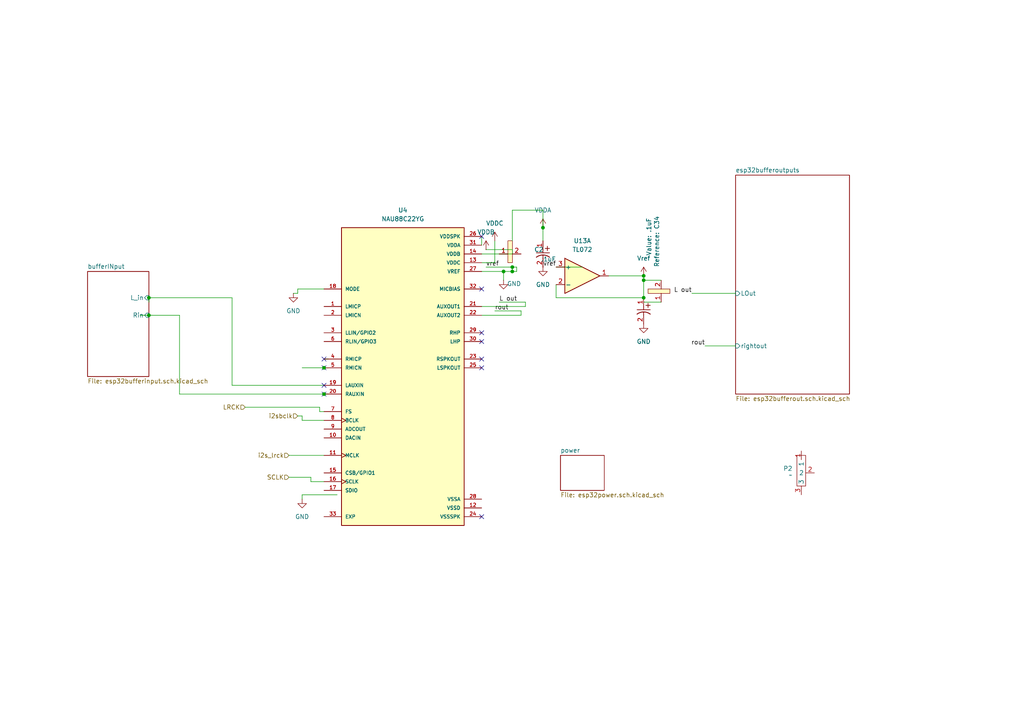
<source format=kicad_sch>
(kicad_sch
	(version 20231120)
	(generator "eeschema")
	(generator_version "8.0")
	(uuid "67002c90-dfcc-4cde-90c5-2154fe4364b2")
	(paper "A4")
	(lib_symbols
		(symbol "Amplifier_Operational:TL072"
			(pin_names
				(offset 0.127)
			)
			(exclude_from_sim no)
			(in_bom yes)
			(on_board yes)
			(property "Reference" "U"
				(at 0 5.08 0)
				(effects
					(font
						(size 1.27 1.27)
					)
					(justify left)
				)
			)
			(property "Value" "TL072"
				(at 0 -5.08 0)
				(effects
					(font
						(size 1.27 1.27)
					)
					(justify left)
				)
			)
			(property "Footprint" ""
				(at 0 0 0)
				(effects
					(font
						(size 1.27 1.27)
					)
					(hide yes)
				)
			)
			(property "Datasheet" "http://www.ti.com/lit/ds/symlink/tl071.pdf"
				(at 0 0 0)
				(effects
					(font
						(size 1.27 1.27)
					)
					(hide yes)
				)
			)
			(property "Description" "Dual Low-Noise JFET-Input Operational Amplifiers, DIP-8/SOIC-8"
				(at 0 0 0)
				(effects
					(font
						(size 1.27 1.27)
					)
					(hide yes)
				)
			)
			(property "ki_locked" ""
				(at 0 0 0)
				(effects
					(font
						(size 1.27 1.27)
					)
				)
			)
			(property "ki_keywords" "dual opamp"
				(at 0 0 0)
				(effects
					(font
						(size 1.27 1.27)
					)
					(hide yes)
				)
			)
			(property "ki_fp_filters" "SOIC*3.9x4.9mm*P1.27mm* DIP*W7.62mm* TO*99* OnSemi*Micro8* TSSOP*3x3mm*P0.65mm* TSSOP*4.4x3mm*P0.65mm* MSOP*3x3mm*P0.65mm* SSOP*3.9x4.9mm*P0.635mm* LFCSP*2x2mm*P0.5mm* *SIP* SOIC*5.3x6.2mm*P1.27mm*"
				(at 0 0 0)
				(effects
					(font
						(size 1.27 1.27)
					)
					(hide yes)
				)
			)
			(symbol "TL072_1_1"
				(polyline
					(pts
						(xy -5.08 5.08) (xy 5.08 0) (xy -5.08 -5.08) (xy -5.08 5.08)
					)
					(stroke
						(width 0.254)
						(type default)
					)
					(fill
						(type background)
					)
				)
				(pin output line
					(at 7.62 0 180)
					(length 2.54)
					(name "~"
						(effects
							(font
								(size 1.27 1.27)
							)
						)
					)
					(number "1"
						(effects
							(font
								(size 1.27 1.27)
							)
						)
					)
				)
				(pin input line
					(at -7.62 -2.54 0)
					(length 2.54)
					(name "-"
						(effects
							(font
								(size 1.27 1.27)
							)
						)
					)
					(number "2"
						(effects
							(font
								(size 1.27 1.27)
							)
						)
					)
				)
				(pin input line
					(at -7.62 2.54 0)
					(length 2.54)
					(name "+"
						(effects
							(font
								(size 1.27 1.27)
							)
						)
					)
					(number "3"
						(effects
							(font
								(size 1.27 1.27)
							)
						)
					)
				)
			)
			(symbol "TL072_2_1"
				(polyline
					(pts
						(xy -5.08 5.08) (xy 5.08 0) (xy -5.08 -5.08) (xy -5.08 5.08)
					)
					(stroke
						(width 0.254)
						(type default)
					)
					(fill
						(type background)
					)
				)
				(pin input line
					(at -7.62 2.54 0)
					(length 2.54)
					(name "+"
						(effects
							(font
								(size 1.27 1.27)
							)
						)
					)
					(number "5"
						(effects
							(font
								(size 1.27 1.27)
							)
						)
					)
				)
				(pin input line
					(at -7.62 -2.54 0)
					(length 2.54)
					(name "-"
						(effects
							(font
								(size 1.27 1.27)
							)
						)
					)
					(number "6"
						(effects
							(font
								(size 1.27 1.27)
							)
						)
					)
				)
				(pin output line
					(at 7.62 0 180)
					(length 2.54)
					(name "~"
						(effects
							(font
								(size 1.27 1.27)
							)
						)
					)
					(number "7"
						(effects
							(font
								(size 1.27 1.27)
							)
						)
					)
				)
			)
			(symbol "TL072_3_1"
				(pin power_in line
					(at -2.54 -7.62 90)
					(length 3.81)
					(name "V-"
						(effects
							(font
								(size 1.27 1.27)
							)
						)
					)
					(number "4"
						(effects
							(font
								(size 1.27 1.27)
							)
						)
					)
				)
				(pin power_in line
					(at -2.54 7.62 270)
					(length 3.81)
					(name "V+"
						(effects
							(font
								(size 1.27 1.27)
							)
						)
					)
					(number "8"
						(effects
							(font
								(size 1.27 1.27)
							)
						)
					)
				)
			)
		)
		(symbol "common:CerCap"
			(exclude_from_sim no)
			(in_bom yes)
			(on_board yes)
			(property "Reference" "*C"
				(at 0 0 0)
				(effects
					(font
						(size 1.27 1.27)
					)
				)
			)
			(property "Value" ""
				(at 0 0 0)
				(effects
					(font
						(size 1.27 1.27)
					)
				)
			)
			(property "Footprint" "commonfootprint:Ceramic0603"
				(at 0 6.858 0)
				(effects
					(font
						(size 1.27 1.27)
					)
					(hide yes)
				)
			)
			(property "Datasheet" ""
				(at 0 0 0)
				(effects
					(font
						(size 1.27 1.27)
					)
					(hide yes)
				)
			)
			(property "Description" ""
				(at 0 0 0)
				(effects
					(font
						(size 1.27 1.27)
					)
					(hide yes)
				)
			)
			(symbol "CerCap_1_1"
				(rectangle
					(start -1.27 3.81)
					(end 0 -2.54)
					(stroke
						(width 0)
						(type default)
					)
					(fill
						(type background)
					)
				)
				(pin passive line
					(at -3.81 0 0)
					(length 2.54)
					(name ""
						(effects
							(font
								(size 1.27 1.27)
							)
						)
					)
					(number "1"
						(effects
							(font
								(size 1.27 1.27)
							)
						)
					)
				)
				(pin passive line
					(at 2.54 0 180)
					(length 2.54)
					(name ""
						(effects
							(font
								(size 1.27 1.27)
							)
						)
					)
					(number "2"
						(effects
							(font
								(size 1.27 1.27)
							)
						)
					)
				)
			)
		)
		(symbol "esp32lib:Pot"
			(exclude_from_sim no)
			(in_bom yes)
			(on_board yes)
			(property "Reference" "P"
				(at 2.032 2.286 0)
				(effects
					(font
						(size 1.27 1.27)
					)
				)
			)
			(property "Value" ""
				(at 0 0 0)
				(effects
					(font
						(size 1.27 1.27)
					)
				)
			)
			(property "Footprint" "9mmsonghuie"
				(at 12.192 -5.842 0)
				(effects
					(font
						(size 1.27 1.27)
					)
					(hide yes)
				)
			)
			(property "Datasheet" ""
				(at 0 0 0)
				(effects
					(font
						(size 1.27 1.27)
					)
					(hide yes)
				)
			)
			(property "Description" ""
				(at 0 0 0)
				(effects
					(font
						(size 1.27 1.27)
					)
					(hide yes)
				)
			)
			(property "ki_keywords" "9mmPotSongHuie"
				(at 0 0 0)
				(effects
					(font
						(size 1.27 1.27)
					)
					(hide yes)
				)
			)
			(symbol "Pot_0_1"
				(rectangle
					(start -1.27 3.81)
					(end 1.27 -5.08)
					(stroke
						(width 0)
						(type default)
					)
					(fill
						(type none)
					)
				)
			)
			(symbol "Pot_1_1"
				(pin input line
					(at 0 5.08 270)
					(length 2.54)
					(name "1"
						(effects
							(font
								(size 1.27 1.27)
							)
						)
					)
					(number "1"
						(effects
							(font
								(size 1.27 1.27)
							)
						)
					)
				)
				(pin input line
					(at 3.81 -1.27 180)
					(length 2.54)
					(name "2"
						(effects
							(font
								(size 1.27 1.27)
							)
						)
					)
					(number "2"
						(effects
							(font
								(size 1.27 1.27)
							)
						)
					)
				)
				(pin input line
					(at 0 -7.62 90)
					(length 2.54)
					(name "3"
						(effects
							(font
								(size 1.27 1.27)
							)
						)
					)
					(number "3"
						(effects
							(font
								(size 1.27 1.27)
							)
						)
					)
				)
			)
		)
		(symbol "esp32lib:T491C106M025AT7280"
			(pin_names
				(offset 0.254)
			)
			(exclude_from_sim no)
			(in_bom yes)
			(on_board yes)
			(property "Reference" "C"
				(at 3.81 3.81 0)
				(effects
					(font
						(size 1.524 1.524)
					)
				)
			)
			(property "Value" "T491C106M025AT7280"
				(at 3.81 -3.81 0)
				(effects
					(font
						(size 1.524 1.524)
					)
				)
			)
			(property "Footprint" "customfootprints:10uFtantcap"
				(at 0 0 0)
				(effects
					(font
						(size 1.27 1.27)
						(italic yes)
					)
					(hide yes)
				)
			)
			(property "Datasheet" "T491C106M025AT7280"
				(at 0 0 0)
				(effects
					(font
						(size 1.27 1.27)
						(italic yes)
					)
					(hide yes)
				)
			)
			(property "Description" ""
				(at 0 0 0)
				(effects
					(font
						(size 1.27 1.27)
					)
					(hide yes)
				)
			)
			(property "ki_keywords" "10uFtantcap"
				(at 0 0 0)
				(effects
					(font
						(size 1.27 1.27)
					)
					(hide yes)
				)
			)
			(property "ki_fp_filters" "CAPMP6.3X3.2_2.8N_KEM CAPMP6.3X3.2_2.8N_KEM-M CAPMP6.3X3.2_2.8N_KEM-L"
				(at 0 0 0)
				(effects
					(font
						(size 1.27 1.27)
					)
					(hide yes)
				)
			)
			(symbol "T491C106M025AT7280_1_1"
				(polyline
					(pts
						(xy 1.5748 1.27) (xy 2.8448 1.27)
					)
					(stroke
						(width 0.2032)
						(type default)
					)
					(fill
						(type none)
					)
				)
				(polyline
					(pts
						(xy 2.2098 0.635) (xy 2.2098 1.905)
					)
					(stroke
						(width 0.2032)
						(type default)
					)
					(fill
						(type none)
					)
				)
				(polyline
					(pts
						(xy 2.54 0) (xy 3.4798 0)
					)
					(stroke
						(width 0.2032)
						(type default)
					)
					(fill
						(type none)
					)
				)
				(polyline
					(pts
						(xy 3.4798 -1.905) (xy 3.4798 1.905)
					)
					(stroke
						(width 0.2032)
						(type default)
					)
					(fill
						(type none)
					)
				)
				(polyline
					(pts
						(xy 4.1148 0) (xy 5.08 0)
					)
					(stroke
						(width 0.2032)
						(type default)
					)
					(fill
						(type none)
					)
				)
				(arc
					(start 4.7541 1.9108)
					(mid 4.1148 0)
					(end 4.7541 -1.9108)
					(stroke
						(width 0.254)
						(type default)
					)
					(fill
						(type none)
					)
				)
				(pin unspecified line
					(at 0 0 0)
					(length 2.54)
					(name ""
						(effects
							(font
								(size 1.27 1.27)
							)
						)
					)
					(number "1"
						(effects
							(font
								(size 1.27 1.27)
							)
						)
					)
				)
				(pin unspecified line
					(at 7.62 0 180)
					(length 2.54)
					(name ""
						(effects
							(font
								(size 1.27 1.27)
							)
						)
					)
					(number "2"
						(effects
							(font
								(size 1.27 1.27)
							)
						)
					)
				)
			)
			(symbol "T491C106M025AT7280_1_2"
				(polyline
					(pts
						(xy -1.905 -3.4798) (xy 1.905 -3.4798)
					)
					(stroke
						(width 0.2032)
						(type default)
					)
					(fill
						(type none)
					)
				)
				(polyline
					(pts
						(xy 0 -4.1148) (xy 0 -5.08)
					)
					(stroke
						(width 0.2032)
						(type default)
					)
					(fill
						(type none)
					)
				)
				(polyline
					(pts
						(xy 0 -2.54) (xy 0 -3.4798)
					)
					(stroke
						(width 0.2032)
						(type default)
					)
					(fill
						(type none)
					)
				)
				(polyline
					(pts
						(xy 0.635 -2.2098) (xy 1.905 -2.2098)
					)
					(stroke
						(width 0.2032)
						(type default)
					)
					(fill
						(type none)
					)
				)
				(polyline
					(pts
						(xy 1.27 -1.5748) (xy 1.27 -2.8448)
					)
					(stroke
						(width 0.2032)
						(type default)
					)
					(fill
						(type none)
					)
				)
				(arc
					(start 1.9108 -4.7541)
					(mid 0 -4.1148)
					(end -1.9108 -4.7541)
					(stroke
						(width 0.254)
						(type default)
					)
					(fill
						(type none)
					)
				)
				(pin unspecified line
					(at 0 0 270)
					(length 2.54)
					(name ""
						(effects
							(font
								(size 1.27 1.27)
							)
						)
					)
					(number "1"
						(effects
							(font
								(size 1.27 1.27)
							)
						)
					)
				)
				(pin unspecified line
					(at 0 -7.62 90)
					(length 2.54)
					(name ""
						(effects
							(font
								(size 1.27 1.27)
							)
						)
					)
					(number "2"
						(effects
							(font
								(size 1.27 1.27)
							)
						)
					)
				)
			)
		)
		(symbol "modcaneuro:NAU88C22YG"
			(pin_names
				(offset 1.016)
			)
			(exclude_from_sim no)
			(in_bom yes)
			(on_board yes)
			(property "Reference" "U"
				(at -17.78 45.72 0)
				(effects
					(font
						(size 1.27 1.27)
					)
					(justify left top)
				)
			)
			(property "Value" "NAU88C22YG"
				(at -17.78 -45.72 0)
				(effects
					(font
						(size 1.27 1.27)
					)
					(justify left bottom)
				)
			)
			(property "Footprint" "customfootprints:nau88c22"
				(at 0 0 0)
				(effects
					(font
						(size 1.27 1.27)
					)
					(justify bottom)
					(hide yes)
				)
			)
			(property "Datasheet" ""
				(at 0 0 0)
				(effects
					(font
						(size 1.27 1.27)
					)
					(hide yes)
				)
			)
			(property "Description" ""
				(at 0 0 0)
				(effects
					(font
						(size 1.27 1.27)
					)
					(hide yes)
				)
			)
			(property "PARTREV" "3.3"
				(at 0 0 0)
				(effects
					(font
						(size 1.27 1.27)
					)
					(justify bottom)
					(hide yes)
				)
			)
			(property "STANDARD" "Manufacturer Recommendations"
				(at 0 0 0)
				(effects
					(font
						(size 1.27 1.27)
					)
					(justify bottom)
					(hide yes)
				)
			)
			(property "MAXIMUM_PACKAGE_HEIGHT" "0.80mm"
				(at 0 0 0)
				(effects
					(font
						(size 1.27 1.27)
					)
					(justify bottom)
					(hide yes)
				)
			)
			(property "MANUFACTURER" "Nuvoton"
				(at 0 0 0)
				(effects
					(font
						(size 1.27 1.27)
					)
					(justify bottom)
					(hide yes)
				)
			)
			(symbol "NAU88C22YG_0_0"
				(rectangle
					(start -17.78 -43.18)
					(end 17.78 43.18)
					(stroke
						(width 0.254)
						(type default)
					)
					(fill
						(type background)
					)
				)
				(pin input line
					(at -22.86 20.32 0)
					(length 5.08)
					(name "LMICP"
						(effects
							(font
								(size 1.016 1.016)
							)
						)
					)
					(number "1"
						(effects
							(font
								(size 1.016 1.016)
							)
						)
					)
				)
				(pin input line
					(at -22.86 -17.78 0)
					(length 5.08)
					(name "DACIN"
						(effects
							(font
								(size 1.016 1.016)
							)
						)
					)
					(number "10"
						(effects
							(font
								(size 1.016 1.016)
							)
						)
					)
				)
				(pin input clock
					(at -22.86 -22.86 0)
					(length 5.08)
					(name "MCLK"
						(effects
							(font
								(size 1.016 1.016)
							)
						)
					)
					(number "11"
						(effects
							(font
								(size 1.016 1.016)
							)
						)
					)
				)
				(pin power_in line
					(at 22.86 -38.1 180)
					(length 5.08)
					(name "VSSD"
						(effects
							(font
								(size 1.016 1.016)
							)
						)
					)
					(number "12"
						(effects
							(font
								(size 1.016 1.016)
							)
						)
					)
				)
				(pin power_in line
					(at 22.86 33.02 180)
					(length 5.08)
					(name "VDDC"
						(effects
							(font
								(size 1.016 1.016)
							)
						)
					)
					(number "13"
						(effects
							(font
								(size 1.016 1.016)
							)
						)
					)
				)
				(pin power_in line
					(at 22.86 35.56 180)
					(length 5.08)
					(name "VDDB"
						(effects
							(font
								(size 1.016 1.016)
							)
						)
					)
					(number "14"
						(effects
							(font
								(size 1.016 1.016)
							)
						)
					)
				)
				(pin bidirectional line
					(at -22.86 -27.94 0)
					(length 5.08)
					(name "CSB/GPIO1"
						(effects
							(font
								(size 1.016 1.016)
							)
						)
					)
					(number "15"
						(effects
							(font
								(size 1.016 1.016)
							)
						)
					)
				)
				(pin input clock
					(at -22.86 -30.48 0)
					(length 5.08)
					(name "SCLK"
						(effects
							(font
								(size 1.016 1.016)
							)
						)
					)
					(number "16"
						(effects
							(font
								(size 1.016 1.016)
							)
						)
					)
				)
				(pin bidirectional line
					(at -22.86 -33.02 0)
					(length 5.08)
					(name "SDIO"
						(effects
							(font
								(size 1.016 1.016)
							)
						)
					)
					(number "17"
						(effects
							(font
								(size 1.016 1.016)
							)
						)
					)
				)
				(pin input line
					(at -22.86 25.4 0)
					(length 5.08)
					(name "MODE"
						(effects
							(font
								(size 1.016 1.016)
							)
						)
					)
					(number "18"
						(effects
							(font
								(size 1.016 1.016)
							)
						)
					)
				)
				(pin input line
					(at -22.86 -2.54 0)
					(length 5.08)
					(name "LAUXIN"
						(effects
							(font
								(size 1.016 1.016)
							)
						)
					)
					(number "19"
						(effects
							(font
								(size 1.016 1.016)
							)
						)
					)
				)
				(pin input line
					(at -22.86 17.78 0)
					(length 5.08)
					(name "LMICN"
						(effects
							(font
								(size 1.016 1.016)
							)
						)
					)
					(number "2"
						(effects
							(font
								(size 1.016 1.016)
							)
						)
					)
				)
				(pin input line
					(at -22.86 -5.08 0)
					(length 5.08)
					(name "RAUXIN"
						(effects
							(font
								(size 1.016 1.016)
							)
						)
					)
					(number "20"
						(effects
							(font
								(size 1.016 1.016)
							)
						)
					)
				)
				(pin output line
					(at 22.86 20.32 180)
					(length 5.08)
					(name "AUXOUT1"
						(effects
							(font
								(size 1.016 1.016)
							)
						)
					)
					(number "21"
						(effects
							(font
								(size 1.016 1.016)
							)
						)
					)
				)
				(pin output line
					(at 22.86 17.78 180)
					(length 5.08)
					(name "AUXOUT2"
						(effects
							(font
								(size 1.016 1.016)
							)
						)
					)
					(number "22"
						(effects
							(font
								(size 1.016 1.016)
							)
						)
					)
				)
				(pin output line
					(at 22.86 5.08 180)
					(length 5.08)
					(name "RSPKOUT"
						(effects
							(font
								(size 1.016 1.016)
							)
						)
					)
					(number "23"
						(effects
							(font
								(size 1.016 1.016)
							)
						)
					)
				)
				(pin power_in line
					(at 22.86 -40.64 180)
					(length 5.08)
					(name "VSSSPK"
						(effects
							(font
								(size 1.016 1.016)
							)
						)
					)
					(number "24"
						(effects
							(font
								(size 1.016 1.016)
							)
						)
					)
				)
				(pin output line
					(at 22.86 2.54 180)
					(length 5.08)
					(name "LSPKOUT"
						(effects
							(font
								(size 1.016 1.016)
							)
						)
					)
					(number "25"
						(effects
							(font
								(size 1.016 1.016)
							)
						)
					)
				)
				(pin power_in line
					(at 22.86 40.64 180)
					(length 5.08)
					(name "VDDSPK"
						(effects
							(font
								(size 1.016 1.016)
							)
						)
					)
					(number "26"
						(effects
							(font
								(size 1.016 1.016)
							)
						)
					)
				)
				(pin power_in line
					(at 22.86 30.48 180)
					(length 5.08)
					(name "VREF"
						(effects
							(font
								(size 1.016 1.016)
							)
						)
					)
					(number "27"
						(effects
							(font
								(size 1.016 1.016)
							)
						)
					)
				)
				(pin power_in line
					(at 22.86 -35.56 180)
					(length 5.08)
					(name "VSSA"
						(effects
							(font
								(size 1.016 1.016)
							)
						)
					)
					(number "28"
						(effects
							(font
								(size 1.016 1.016)
							)
						)
					)
				)
				(pin output line
					(at 22.86 12.7 180)
					(length 5.08)
					(name "RHP"
						(effects
							(font
								(size 1.016 1.016)
							)
						)
					)
					(number "29"
						(effects
							(font
								(size 1.016 1.016)
							)
						)
					)
				)
				(pin bidirectional line
					(at -22.86 12.7 0)
					(length 5.08)
					(name "LLIN/GPIO2"
						(effects
							(font
								(size 1.016 1.016)
							)
						)
					)
					(number "3"
						(effects
							(font
								(size 1.016 1.016)
							)
						)
					)
				)
				(pin output line
					(at 22.86 10.16 180)
					(length 5.08)
					(name "LHP"
						(effects
							(font
								(size 1.016 1.016)
							)
						)
					)
					(number "30"
						(effects
							(font
								(size 1.016 1.016)
							)
						)
					)
				)
				(pin power_in line
					(at 22.86 38.1 180)
					(length 5.08)
					(name "VDDA"
						(effects
							(font
								(size 1.016 1.016)
							)
						)
					)
					(number "31"
						(effects
							(font
								(size 1.016 1.016)
							)
						)
					)
				)
				(pin output line
					(at 22.86 25.4 180)
					(length 5.08)
					(name "MICBIAS"
						(effects
							(font
								(size 1.016 1.016)
							)
						)
					)
					(number "32"
						(effects
							(font
								(size 1.016 1.016)
							)
						)
					)
				)
				(pin passive line
					(at -22.86 -40.64 0)
					(length 5.08)
					(name "EXP"
						(effects
							(font
								(size 1.016 1.016)
							)
						)
					)
					(number "33"
						(effects
							(font
								(size 1.016 1.016)
							)
						)
					)
				)
				(pin input line
					(at -22.86 5.08 0)
					(length 5.08)
					(name "RMICP"
						(effects
							(font
								(size 1.016 1.016)
							)
						)
					)
					(number "4"
						(effects
							(font
								(size 1.016 1.016)
							)
						)
					)
				)
				(pin input line
					(at -22.86 2.54 0)
					(length 5.08)
					(name "RMICN"
						(effects
							(font
								(size 1.016 1.016)
							)
						)
					)
					(number "5"
						(effects
							(font
								(size 1.016 1.016)
							)
						)
					)
				)
				(pin bidirectional line
					(at -22.86 10.16 0)
					(length 5.08)
					(name "RLIN/GPIO3"
						(effects
							(font
								(size 1.016 1.016)
							)
						)
					)
					(number "6"
						(effects
							(font
								(size 1.016 1.016)
							)
						)
					)
				)
				(pin bidirectional line
					(at -22.86 -10.16 0)
					(length 5.08)
					(name "FS"
						(effects
							(font
								(size 1.016 1.016)
							)
						)
					)
					(number "7"
						(effects
							(font
								(size 1.016 1.016)
							)
						)
					)
				)
				(pin bidirectional clock
					(at -22.86 -12.7 0)
					(length 5.08)
					(name "BCLK"
						(effects
							(font
								(size 1.016 1.016)
							)
						)
					)
					(number "8"
						(effects
							(font
								(size 1.016 1.016)
							)
						)
					)
				)
				(pin output line
					(at -22.86 -15.24 0)
					(length 5.08)
					(name "ADCOUT"
						(effects
							(font
								(size 1.016 1.016)
							)
						)
					)
					(number "9"
						(effects
							(font
								(size 1.016 1.016)
							)
						)
					)
				)
			)
		)
		(symbol "power:GND"
			(power)
			(pin_numbers hide)
			(pin_names
				(offset 0) hide)
			(exclude_from_sim no)
			(in_bom yes)
			(on_board yes)
			(property "Reference" "#PWR"
				(at 0 -6.35 0)
				(effects
					(font
						(size 1.27 1.27)
					)
					(hide yes)
				)
			)
			(property "Value" "GND"
				(at 0 -3.81 0)
				(effects
					(font
						(size 1.27 1.27)
					)
				)
			)
			(property "Footprint" ""
				(at 0 0 0)
				(effects
					(font
						(size 1.27 1.27)
					)
					(hide yes)
				)
			)
			(property "Datasheet" ""
				(at 0 0 0)
				(effects
					(font
						(size 1.27 1.27)
					)
					(hide yes)
				)
			)
			(property "Description" "Power symbol creates a global label with name \"GND\" , ground"
				(at 0 0 0)
				(effects
					(font
						(size 1.27 1.27)
					)
					(hide yes)
				)
			)
			(property "ki_keywords" "global power"
				(at 0 0 0)
				(effects
					(font
						(size 1.27 1.27)
					)
					(hide yes)
				)
			)
			(symbol "GND_0_1"
				(polyline
					(pts
						(xy 0 0) (xy 0 -1.27) (xy 1.27 -1.27) (xy 0 -2.54) (xy -1.27 -1.27) (xy 0 -1.27)
					)
					(stroke
						(width 0)
						(type default)
					)
					(fill
						(type none)
					)
				)
			)
			(symbol "GND_1_1"
				(pin power_in line
					(at 0 0 270)
					(length 0)
					(name "~"
						(effects
							(font
								(size 1.27 1.27)
							)
						)
					)
					(number "1"
						(effects
							(font
								(size 1.27 1.27)
							)
						)
					)
				)
			)
		)
		(symbol "power:VDD"
			(power)
			(pin_numbers hide)
			(pin_names
				(offset 0) hide)
			(exclude_from_sim no)
			(in_bom yes)
			(on_board yes)
			(property "Reference" "#PWR"
				(at 0 -3.81 0)
				(effects
					(font
						(size 1.27 1.27)
					)
					(hide yes)
				)
			)
			(property "Value" "VDD"
				(at 0 3.556 0)
				(effects
					(font
						(size 1.27 1.27)
					)
				)
			)
			(property "Footprint" ""
				(at 0 0 0)
				(effects
					(font
						(size 1.27 1.27)
					)
					(hide yes)
				)
			)
			(property "Datasheet" ""
				(at 0 0 0)
				(effects
					(font
						(size 1.27 1.27)
					)
					(hide yes)
				)
			)
			(property "Description" "Power symbol creates a global label with name \"VDD\""
				(at 0 0 0)
				(effects
					(font
						(size 1.27 1.27)
					)
					(hide yes)
				)
			)
			(property "ki_keywords" "global power"
				(at 0 0 0)
				(effects
					(font
						(size 1.27 1.27)
					)
					(hide yes)
				)
			)
			(symbol "VDD_0_1"
				(polyline
					(pts
						(xy -0.762 1.27) (xy 0 2.54)
					)
					(stroke
						(width 0)
						(type default)
					)
					(fill
						(type none)
					)
				)
				(polyline
					(pts
						(xy 0 0) (xy 0 2.54)
					)
					(stroke
						(width 0)
						(type default)
					)
					(fill
						(type none)
					)
				)
				(polyline
					(pts
						(xy 0 2.54) (xy 0.762 1.27)
					)
					(stroke
						(width 0)
						(type default)
					)
					(fill
						(type none)
					)
				)
			)
			(symbol "VDD_1_1"
				(pin power_in line
					(at 0 0 90)
					(length 0)
					(name "~"
						(effects
							(font
								(size 1.27 1.27)
							)
						)
					)
					(number "1"
						(effects
							(font
								(size 1.27 1.27)
							)
						)
					)
				)
			)
		)
		(symbol "power:VDDA"
			(power)
			(pin_numbers hide)
			(pin_names
				(offset 0) hide)
			(exclude_from_sim no)
			(in_bom yes)
			(on_board yes)
			(property "Reference" "#PWR"
				(at 0 -3.81 0)
				(effects
					(font
						(size 1.27 1.27)
					)
					(hide yes)
				)
			)
			(property "Value" "VDDA"
				(at 0 3.556 0)
				(effects
					(font
						(size 1.27 1.27)
					)
				)
			)
			(property "Footprint" ""
				(at 0 0 0)
				(effects
					(font
						(size 1.27 1.27)
					)
					(hide yes)
				)
			)
			(property "Datasheet" ""
				(at 0 0 0)
				(effects
					(font
						(size 1.27 1.27)
					)
					(hide yes)
				)
			)
			(property "Description" "Power symbol creates a global label with name \"VDDA\""
				(at 0 0 0)
				(effects
					(font
						(size 1.27 1.27)
					)
					(hide yes)
				)
			)
			(property "ki_keywords" "global power"
				(at 0 0 0)
				(effects
					(font
						(size 1.27 1.27)
					)
					(hide yes)
				)
			)
			(symbol "VDDA_0_1"
				(polyline
					(pts
						(xy -0.762 1.27) (xy 0 2.54)
					)
					(stroke
						(width 0)
						(type default)
					)
					(fill
						(type none)
					)
				)
				(polyline
					(pts
						(xy 0 0) (xy 0 2.54)
					)
					(stroke
						(width 0)
						(type default)
					)
					(fill
						(type none)
					)
				)
				(polyline
					(pts
						(xy 0 2.54) (xy 0.762 1.27)
					)
					(stroke
						(width 0)
						(type default)
					)
					(fill
						(type none)
					)
				)
			)
			(symbol "VDDA_1_1"
				(pin power_in line
					(at 0 0 90)
					(length 0)
					(name "~"
						(effects
							(font
								(size 1.27 1.27)
							)
						)
					)
					(number "1"
						(effects
							(font
								(size 1.27 1.27)
							)
						)
					)
				)
			)
		)
	)
	(junction
		(at 43.18 91.44)
		(diameter 0)
		(color 0 0 0 0)
		(uuid "22441c74-67d6-4cb9-9fa9-d316fe25bddb")
	)
	(junction
		(at 186.69 86.36)
		(diameter 0)
		(color 0 0 0 0)
		(uuid "2ac97056-bd45-4c5c-a7ba-0597ed28cac2")
	)
	(junction
		(at 148.59 77.47)
		(diameter 0)
		(color 0 0 0 0)
		(uuid "3e19a7d1-b964-4f63-b09c-5f84599e2076")
	)
	(junction
		(at 43.18 86.36)
		(diameter 0)
		(color 0 0 0 0)
		(uuid "65582d1c-968b-432d-9847-c0177e8ba4eb")
	)
	(junction
		(at 157.48 66.04)
		(diameter 0)
		(color 0 0 0 0)
		(uuid "74ba9b6b-e48b-4575-bf1e-b02fe0330d36")
	)
	(junction
		(at 93.98 106.68)
		(diameter 0)
		(color 0 0 0 0)
		(uuid "89cc862c-cfa3-48f1-9dbc-c17ec7925272")
	)
	(junction
		(at 93.98 114.3)
		(diameter 0)
		(color 0 0 0 0)
		(uuid "8d3863c9-c41c-4392-ba3f-69729366663b")
	)
	(junction
		(at 146.05 78.74)
		(diameter 0)
		(color 0 0 0 0)
		(uuid "920f619f-7bf5-44c6-a6c9-0f3dc84a820e")
	)
	(junction
		(at 186.69 81.28)
		(diameter 0)
		(color 0 0 0 0)
		(uuid "9b13e37b-1769-47d7-ab08-e5532468f616")
	)
	(junction
		(at 186.69 80.01)
		(diameter 0)
		(color 0 0 0 0)
		(uuid "9d5e978e-26ac-4096-bc73-6e95f69ddb69")
	)
	(junction
		(at 148.59 78.74)
		(diameter 0)
		(color 0 0 0 0)
		(uuid "fc2e39d3-2036-406c-8c26-96c44cb9b3f3")
	)
	(no_connect
		(at 93.98 114.3)
		(uuid "219a46e0-8bb8-41ab-a85b-e933f72df46e")
	)
	(no_connect
		(at 93.98 106.68)
		(uuid "23d9afe1-01ec-4b95-b95a-cd6a1ea161a1")
	)
	(no_connect
		(at 139.7 104.14)
		(uuid "4d7fd000-2000-472c-946d-a69b9d4ce7a1")
	)
	(no_connect
		(at 139.7 149.86)
		(uuid "5984af33-c339-4229-befb-ad1ff99ba9b8")
	)
	(no_connect
		(at 139.7 96.52)
		(uuid "5c1798fc-4d76-4042-bc17-816fbca19ec0")
	)
	(no_connect
		(at 139.7 99.06)
		(uuid "9894420b-a79f-4210-9364-b8e63afe4e6d")
	)
	(no_connect
		(at 93.98 111.76)
		(uuid "99cd7f07-75fa-4ada-b8cd-2a18881ec080")
	)
	(no_connect
		(at 139.7 68.58)
		(uuid "b933df9b-fff8-40a1-a0b4-7dd014614fde")
	)
	(no_connect
		(at 139.7 106.68)
		(uuid "be954a0e-e8f9-49d7-b495-918dadf721b7")
	)
	(no_connect
		(at 93.98 104.14)
		(uuid "d9527036-c1a7-4a67-9978-22941ba48d6d")
	)
	(no_connect
		(at 139.7 83.82)
		(uuid "e692ec0d-7d68-4a41-a034-5881f3761a58")
	)
	(wire
		(pts
			(xy 92.71 119.38) (xy 92.71 118.11)
		)
		(stroke
			(width 0)
			(type default)
		)
		(uuid "00203d99-2f22-4ea1-8431-2be73543527b")
	)
	(wire
		(pts
			(xy 67.31 111.76) (xy 67.31 86.36)
		)
		(stroke
			(width 0)
			(type default)
		)
		(uuid "028680c5-c994-41e6-8388-d07512bcf0e7")
	)
	(wire
		(pts
			(xy 87.63 121.92) (xy 87.63 120.65)
		)
		(stroke
			(width 0)
			(type default)
		)
		(uuid "06cb20ed-2d0b-49ed-9fe0-3c85adeeb7e4")
	)
	(wire
		(pts
			(xy 148.59 60.96) (xy 157.48 60.96)
		)
		(stroke
			(width 0)
			(type default)
		)
		(uuid "087f5a95-32df-45fb-8a5a-ac6a8ea28d1c")
	)
	(wire
		(pts
			(xy 151.13 91.44) (xy 139.7 91.44)
		)
		(stroke
			(width 0)
			(type default)
		)
		(uuid "10980802-6477-4894-b7e8-98c4bfb5b573")
	)
	(wire
		(pts
			(xy 95.25 114.3) (xy 93.98 114.3)
		)
		(stroke
			(width 0)
			(type default)
		)
		(uuid "1232e34b-5152-4dae-afd5-861bd72176fb")
	)
	(wire
		(pts
			(xy 93.98 106.68) (xy 95.25 106.68)
		)
		(stroke
			(width 0)
			(type default)
		)
		(uuid "15d1f3c8-1817-4794-8e77-c916701e0884")
	)
	(wire
		(pts
			(xy 149.86 78.74) (xy 148.59 78.74)
		)
		(stroke
			(width 0)
			(type default)
		)
		(uuid "1a469930-f158-445a-bde3-7938138842d8")
	)
	(wire
		(pts
			(xy 90.17 139.7) (xy 90.17 138.43)
		)
		(stroke
			(width 0)
			(type default)
		)
		(uuid "1f6d8d76-039b-4567-844b-66b4d0507cb7")
	)
	(wire
		(pts
			(xy 176.53 80.01) (xy 186.69 80.01)
		)
		(stroke
			(width 0)
			(type default)
		)
		(uuid "2202b954-005c-45fa-ad65-df15227d1207")
	)
	(wire
		(pts
			(xy 148.59 60.96) (xy 148.59 69.85)
		)
		(stroke
			(width 0)
			(type default)
		)
		(uuid "22237c8e-0cdc-4b80-a3bb-070f773e357e")
	)
	(wire
		(pts
			(xy 52.07 114.3) (xy 52.07 91.44)
		)
		(stroke
			(width 0)
			(type default)
		)
		(uuid "336158f2-2674-4b99-956b-27a7c800d286")
	)
	(wire
		(pts
			(xy 148.59 77.47) (xy 140.97 77.47)
		)
		(stroke
			(width 0)
			(type default)
		)
		(uuid "39ec47e8-fd66-464d-8829-d6157bc769ca")
	)
	(wire
		(pts
			(xy 186.69 81.28) (xy 191.77 81.28)
		)
		(stroke
			(width 0)
			(type default)
		)
		(uuid "419edb4f-ca50-4959-a2bf-55a0e8699f77")
	)
	(wire
		(pts
			(xy 90.17 138.43) (xy 83.82 138.43)
		)
		(stroke
			(width 0)
			(type default)
		)
		(uuid "4589679c-6e27-44eb-a31a-c099f6aa0fd5")
	)
	(wire
		(pts
			(xy 161.29 82.55) (xy 161.29 86.36)
		)
		(stroke
			(width 0)
			(type default)
		)
		(uuid "51ccd108-a022-48fc-8c14-bbdd6d97aa30")
	)
	(wire
		(pts
			(xy 157.48 66.04) (xy 157.48 69.85)
		)
		(stroke
			(width 0)
			(type default)
		)
		(uuid "581832f5-9f02-407a-80c0-81f7a4ceebe9")
	)
	(wire
		(pts
			(xy 161.29 86.36) (xy 186.69 86.36)
		)
		(stroke
			(width 0)
			(type default)
		)
		(uuid "60ac5673-c90a-40ef-a2fc-b65e7c298a3a")
	)
	(wire
		(pts
			(xy 43.18 91.44) (xy 52.07 91.44)
		)
		(stroke
			(width 0)
			(type default)
		)
		(uuid "62e602a5-c195-4f4f-a603-a9703a9e604d")
	)
	(wire
		(pts
			(xy 186.69 87.63) (xy 191.77 87.63)
		)
		(stroke
			(width 0)
			(type default)
		)
		(uuid "66bac325-214d-4e60-9ff5-5e12dc93cfe4")
	)
	(wire
		(pts
			(xy 90.17 139.7) (xy 93.98 139.7)
		)
		(stroke
			(width 0)
			(type default)
		)
		(uuid "67ff0f8f-58c5-41c0-b853-b561a1b6f0c7")
	)
	(wire
		(pts
			(xy 152.4 87.63) (xy 144.78 87.63)
		)
		(stroke
			(width 0)
			(type default)
		)
		(uuid "6b3cc495-9a19-4cf2-8588-b990d0c045e1")
	)
	(wire
		(pts
			(xy 92.71 119.38) (xy 93.98 119.38)
		)
		(stroke
			(width 0)
			(type default)
		)
		(uuid "6de7fd66-28a2-4084-a621-6490dc0ff589")
	)
	(wire
		(pts
			(xy 146.05 78.74) (xy 146.05 81.28)
		)
		(stroke
			(width 0)
			(type default)
		)
		(uuid "6f1fda93-e448-4d7c-b1a6-e6e3f337b8a5")
	)
	(wire
		(pts
			(xy 204.47 100.33) (xy 213.36 100.33)
		)
		(stroke
			(width 0)
			(type default)
		)
		(uuid "71df2b6c-17e1-4a3c-b183-041ad49fa69c")
	)
	(wire
		(pts
			(xy 43.18 87.63) (xy 43.18 86.36)
		)
		(stroke
			(width 0)
			(type default)
		)
		(uuid "7779a927-eb7a-4386-aec4-cc99e77ab582")
	)
	(wire
		(pts
			(xy 87.63 106.68) (xy 93.98 106.68)
		)
		(stroke
			(width 0)
			(type default)
		)
		(uuid "7cef18af-df9d-43a9-98a6-2885bc87706d")
	)
	(wire
		(pts
			(xy 86.36 83.82) (xy 93.98 83.82)
		)
		(stroke
			(width 0)
			(type default)
		)
		(uuid "7d20ac1f-5657-43fd-95a9-ed1784f90b78")
	)
	(wire
		(pts
			(xy 157.48 60.96) (xy 157.48 66.04)
		)
		(stroke
			(width 0)
			(type default)
		)
		(uuid "7dc64965-d219-407b-8f3b-3db6c591dd74")
	)
	(wire
		(pts
			(xy 87.63 121.92) (xy 93.98 121.92)
		)
		(stroke
			(width 0)
			(type default)
		)
		(uuid "7de2dfb3-9e04-4adc-b986-a10a178568e2")
	)
	(wire
		(pts
			(xy 139.7 68.58) (xy 139.7 71.12)
		)
		(stroke
			(width 0)
			(type default)
		)
		(uuid "8773f2fe-5996-4c3e-8226-ca0ef9fd564e")
	)
	(wire
		(pts
			(xy 149.86 78.74) (xy 149.86 77.47)
		)
		(stroke
			(width 0)
			(type default)
		)
		(uuid "877fb68a-a505-4db3-ba5b-5fb793cb31f1")
	)
	(wire
		(pts
			(xy 92.71 118.11) (xy 71.12 118.11)
		)
		(stroke
			(width 0)
			(type default)
		)
		(uuid "883860af-6773-4ad7-94ac-05db8e9c2dd9")
	)
	(wire
		(pts
			(xy 186.69 86.36) (xy 186.69 81.28)
		)
		(stroke
			(width 0)
			(type default)
		)
		(uuid "8d0d3d08-261b-4e93-9a84-6633dcd6b17e")
	)
	(wire
		(pts
			(xy 186.69 81.28) (xy 186.69 80.01)
		)
		(stroke
			(width 0)
			(type default)
		)
		(uuid "91de25fb-2daf-4773-b965-e7e35438ff5e")
	)
	(wire
		(pts
			(xy 87.63 143.51) (xy 97.79 143.51)
		)
		(stroke
			(width 0)
			(type default)
		)
		(uuid "98c5e857-0414-42f3-9e2e-a854c4532453")
	)
	(wire
		(pts
			(xy 87.63 120.65) (xy 86.36 120.65)
		)
		(stroke
			(width 0)
			(type default)
		)
		(uuid "a523de9d-a065-40c9-8729-ed0139bcfa97")
	)
	(wire
		(pts
			(xy 87.63 143.51) (xy 87.63 144.78)
		)
		(stroke
			(width 0)
			(type default)
		)
		(uuid "a7bacd7c-e5af-4430-8cca-e5133a3cf3a0")
	)
	(wire
		(pts
			(xy 168.91 77.47) (xy 161.29 77.47)
		)
		(stroke
			(width 0)
			(type default)
		)
		(uuid "a8dc04c2-6516-4fb3-9e8f-f55e0e6d0f3a")
	)
	(wire
		(pts
			(xy 83.82 132.08) (xy 93.98 132.08)
		)
		(stroke
			(width 0)
			(type default)
		)
		(uuid "ae654c9d-5d35-4d8b-b412-31978909da4e")
	)
	(wire
		(pts
			(xy 148.59 72.39) (xy 140.97 72.39)
		)
		(stroke
			(width 0)
			(type default)
		)
		(uuid "af535101-5716-4f16-a623-f274106f18d9")
	)
	(wire
		(pts
			(xy 139.7 73.66) (xy 148.59 73.66)
		)
		(stroke
			(width 0)
			(type default)
		)
		(uuid "af54d39d-f3d6-4537-861c-ce9fa221c17d")
	)
	(wire
		(pts
			(xy 146.05 78.74) (xy 139.7 78.74)
		)
		(stroke
			(width 0)
			(type default)
		)
		(uuid "bb2f0b8d-97fe-4674-a950-e022b53b2bbd")
	)
	(wire
		(pts
			(xy 213.36 85.09) (xy 200.66 85.09)
		)
		(stroke
			(width 0)
			(type default)
		)
		(uuid "c17c3976-8ec3-41d3-9e7b-9e3b5d8b59ca")
	)
	(wire
		(pts
			(xy 148.59 78.74) (xy 146.05 78.74)
		)
		(stroke
			(width 0)
			(type default)
		)
		(uuid "c6437382-e0a4-49f4-83fc-8716092d7a1a")
	)
	(wire
		(pts
			(xy 95.25 104.14) (xy 93.98 104.14)
		)
		(stroke
			(width 0)
			(type default)
		)
		(uuid "ca12e0d0-e4b3-4850-b5de-f5b9f5c9fe76")
	)
	(wire
		(pts
			(xy 151.13 90.17) (xy 143.51 90.17)
		)
		(stroke
			(width 0)
			(type default)
		)
		(uuid "cf3b2e07-c5a8-42ba-8045-03a77e7a0c0d")
	)
	(wire
		(pts
			(xy 149.86 77.47) (xy 148.59 77.47)
		)
		(stroke
			(width 0)
			(type default)
		)
		(uuid "d24159c9-6349-4e61-8098-9091559aae9d")
	)
	(wire
		(pts
			(xy 93.98 114.3) (xy 52.07 114.3)
		)
		(stroke
			(width 0)
			(type default)
		)
		(uuid "d563b707-7be2-4707-a89e-8be8fac97963")
	)
	(wire
		(pts
			(xy 86.36 85.09) (xy 85.09 85.09)
		)
		(stroke
			(width 0)
			(type default)
		)
		(uuid "d648a848-608a-4c8e-b652-64077235446d")
	)
	(wire
		(pts
			(xy 143.51 76.2) (xy 143.51 69.85)
		)
		(stroke
			(width 0)
			(type default)
		)
		(uuid "d789346f-3eeb-435d-9392-35ae105eb1a9")
	)
	(wire
		(pts
			(xy 148.59 78.74) (xy 148.59 77.47)
		)
		(stroke
			(width 0)
			(type default)
		)
		(uuid "da50864e-9517-4adc-aeb3-57ed93ee09a2")
	)
	(wire
		(pts
			(xy 148.59 73.66) (xy 148.59 72.39)
		)
		(stroke
			(width 0)
			(type default)
		)
		(uuid "daecfa08-fe19-4267-a926-651033131c96")
	)
	(wire
		(pts
			(xy 93.98 111.76) (xy 67.31 111.76)
		)
		(stroke
			(width 0)
			(type default)
		)
		(uuid "dbe113a8-1d67-40aa-9c21-08ba4a519a37")
	)
	(wire
		(pts
			(xy 40.64 91.44) (xy 43.18 91.44)
		)
		(stroke
			(width 0)
			(type default)
		)
		(uuid "ddcb29d2-b647-4739-b715-f8201713dc4b")
	)
	(wire
		(pts
			(xy 152.4 88.9) (xy 152.4 87.63)
		)
		(stroke
			(width 0)
			(type default)
		)
		(uuid "e01ff65d-a666-470c-83be-ece8ecda7fc2")
	)
	(wire
		(pts
			(xy 139.7 76.2) (xy 143.51 76.2)
		)
		(stroke
			(width 0)
			(type default)
		)
		(uuid "e238dae8-fa20-4a31-b3d0-d4e7a390d878")
	)
	(wire
		(pts
			(xy 151.13 91.44) (xy 151.13 90.17)
		)
		(stroke
			(width 0)
			(type default)
		)
		(uuid "e2ada1c0-ee7d-45a9-9a3b-a1edd442e025")
	)
	(wire
		(pts
			(xy 86.36 85.09) (xy 86.36 83.82)
		)
		(stroke
			(width 0)
			(type default)
		)
		(uuid "e9d1c11a-11a8-4c0f-951c-d9a9388b52d2")
	)
	(wire
		(pts
			(xy 43.18 86.36) (xy 67.31 86.36)
		)
		(stroke
			(width 0)
			(type default)
		)
		(uuid "ec9cbe5d-99fa-4ab0-b4dc-d97753450e21")
	)
	(wire
		(pts
			(xy 152.4 88.9) (xy 139.7 88.9)
		)
		(stroke
			(width 0)
			(type default)
		)
		(uuid "fbc00ef4-49f8-4f3c-bbc1-01cd82843a81")
	)
	(label "vref"
		(at 140.97 77.47 0)
		(effects
			(font
				(size 1.27 1.27)
			)
			(justify left bottom)
		)
		(uuid "26a6aa08-29f0-4a2e-947a-9c0c8f256f60")
	)
	(label "L out"
		(at 144.78 87.63 0)
		(effects
			(font
				(size 1.27 1.27)
			)
			(justify left bottom)
		)
		(uuid "2a77f983-1938-4f82-b47b-5bfe3daf00da")
	)
	(label "vref"
		(at 161.29 77.47 180)
		(effects
			(font
				(size 1.27 1.27)
			)
			(justify right bottom)
		)
		(uuid "7449c7b7-56ac-4c4f-ac01-9e200ebdfa0c")
	)
	(label "rout"
		(at 143.51 90.17 0)
		(effects
			(font
				(size 1.27 1.27)
			)
			(justify left bottom)
		)
		(uuid "89f8ae91-2248-4e9f-a382-875f1e4f019d")
	)
	(label "rout"
		(at 204.47 100.33 180)
		(effects
			(font
				(size 1.27 1.27)
			)
			(justify right bottom)
		)
		(uuid "c7bab914-a5e5-4748-99c0-2313a3db1b43")
	)
	(label "L out"
		(at 200.66 85.09 180)
		(effects
			(font
				(size 1.27 1.27)
			)
			(justify right bottom)
		)
		(uuid "f39da45b-7c79-48b3-9e04-479c51a1aa40")
	)
	(hierarchical_label "LRCK"
		(shape input)
		(at 71.12 118.11 180)
		(effects
			(font
				(size 1.27 1.27)
			)
			(justify right)
		)
		(uuid "10b37629-b2b0-4408-b25b-33e81c316808")
	)
	(hierarchical_label "i2sbclk"
		(shape input)
		(at 86.36 120.65 180)
		(effects
			(font
				(size 1.27 1.27)
			)
			(justify right)
		)
		(uuid "27103d58-35ba-4d00-91ba-7cd62e520875")
	)
	(hierarchical_label "SCLK"
		(shape input)
		(at 83.82 138.43 180)
		(effects
			(font
				(size 1.27 1.27)
			)
			(justify right)
		)
		(uuid "aa19e1e5-3629-4538-b9cc-27525b6b4637")
	)
	(hierarchical_label "i2s_lrck"
		(shape input)
		(at 83.82 132.08 180)
		(effects
			(font
				(size 1.27 1.27)
			)
			(justify right)
		)
		(uuid "b1ed06ba-d530-4298-a7a7-dd0ab64db464")
	)
	(symbol
		(lib_id "power:GND")
		(at 186.69 93.98 0)
		(unit 1)
		(exclude_from_sim no)
		(in_bom yes)
		(on_board yes)
		(dnp no)
		(fields_autoplaced yes)
		(uuid "05c3a353-edbc-4cf5-9150-53715ec71f49")
		(property "Reference" "#PWR71"
			(at 186.69 100.33 0)
			(effects
				(font
					(size 1.27 1.27)
				)
				(hide yes)
			)
		)
		(property "Value" "GND"
			(at 186.69 99.06 0)
			(effects
				(font
					(size 1.27 1.27)
				)
			)
		)
		(property "Footprint" ""
			(at 186.69 93.98 0)
			(effects
				(font
					(size 1.27 1.27)
				)
				(hide yes)
			)
		)
		(property "Datasheet" ""
			(at 186.69 93.98 0)
			(effects
				(font
					(size 1.27 1.27)
				)
				(hide yes)
			)
		)
		(property "Description" "Power symbol creates a global label with name \"GND\" , ground"
			(at 186.69 93.98 0)
			(effects
				(font
					(size 1.27 1.27)
				)
				(hide yes)
			)
		)
		(pin "1"
			(uuid "7c846ff7-82c5-4f79-a593-84e4e8dc8e6a")
		)
		(instances
			(project ""
				(path "/c4754426-a41b-4341-9d09-2e389619f3d6/32d637b3-b81c-4082-b7fa-739e0cc157fd"
					(reference "#PWR71")
					(unit 1)
				)
			)
		)
	)
	(symbol
		(lib_id "esp32lib:Pot")
		(at 232.41 135.89 0)
		(unit 1)
		(exclude_from_sim no)
		(in_bom yes)
		(on_board yes)
		(dnp no)
		(fields_autoplaced yes)
		(uuid "0a083c5f-31e1-4a57-8e0f-246ef55b6057")
		(property "Reference" "P2"
			(at 229.87 135.8899 0)
			(effects
				(font
					(size 1.27 1.27)
				)
				(justify right)
			)
		)
		(property "Value" "~"
			(at 229.87 137.795 0)
			(effects
				(font
					(size 1.27 1.27)
				)
				(justify right)
			)
		)
		(property "Footprint" "9mmsonghuie"
			(at 244.602 141.732 0)
			(effects
				(font
					(size 1.27 1.27)
				)
				(hide yes)
			)
		)
		(property "Datasheet" ""
			(at 232.41 135.89 0)
			(effects
				(font
					(size 1.27 1.27)
				)
				(hide yes)
			)
		)
		(property "Description" ""
			(at 232.41 135.89 0)
			(effects
				(font
					(size 1.27 1.27)
				)
				(hide yes)
			)
		)
		(pin "3"
			(uuid "a63867fb-4205-4319-a0bf-b15a4b6b8c11")
		)
		(pin "1"
			(uuid "90bbc372-5ed8-4a7b-87b3-0ebd032ae13d")
		)
		(pin "2"
			(uuid "348efd7f-bbe7-4563-bf5e-bbae01ab4663")
		)
		(instances
			(project ""
				(path "/c4754426-a41b-4341-9d09-2e389619f3d6/32d637b3-b81c-4082-b7fa-739e0cc157fd"
					(reference "P2")
					(unit 1)
				)
			)
		)
	)
	(symbol
		(lib_id "power:VDDA")
		(at 143.51 69.85 0)
		(unit 1)
		(exclude_from_sim no)
		(in_bom yes)
		(on_board yes)
		(dnp no)
		(fields_autoplaced yes)
		(uuid "0b529d5a-9f63-4a55-8f03-b3746401f8ec")
		(property "Reference" "#PWR82"
			(at 143.51 73.66 0)
			(effects
				(font
					(size 1.27 1.27)
				)
				(hide yes)
			)
		)
		(property "Value" "VDDC"
			(at 143.51 64.77 0)
			(effects
				(font
					(size 1.27 1.27)
				)
			)
		)
		(property "Footprint" ""
			(at 143.51 69.85 0)
			(effects
				(font
					(size 1.27 1.27)
				)
				(hide yes)
			)
		)
		(property "Datasheet" ""
			(at 143.51 69.85 0)
			(effects
				(font
					(size 1.27 1.27)
				)
				(hide yes)
			)
		)
		(property "Description" "Power symbol creates a global label with name \"VDDA\""
			(at 143.51 69.85 0)
			(effects
				(font
					(size 1.27 1.27)
				)
				(hide yes)
			)
		)
		(pin "1"
			(uuid "02554ed2-9745-4e63-9299-ab655c3314da")
		)
		(instances
			(project "esp32"
				(path "/c4754426-a41b-4341-9d09-2e389619f3d6/32d637b3-b81c-4082-b7fa-739e0cc157fd"
					(reference "#PWR82")
					(unit 1)
				)
			)
		)
	)
	(symbol
		(lib_id "esp32lib:T491C106M025AT7280")
		(at 186.69 86.36 270)
		(unit 1)
		(exclude_from_sim no)
		(in_bom yes)
		(on_board yes)
		(dnp no)
		(fields_autoplaced yes)
		(uuid "2eb9c42d-8467-4ecb-82ef-d5629b957a60")
		(property "Reference" "C33"
			(at 190.5 88.4173 90)
			(effects
				(font
					(size 1.524 1.524)
				)
				(justify left)
				(hide yes)
			)
		)
		(property "Value" "47uF"
			(at 190.5 90.9573 90)
			(effects
				(font
					(size 1.524 1.524)
				)
				(justify left)
				(hide yes)
			)
		)
		(property "Footprint" "customfootprints:10uFtantcap"
			(at 186.69 86.36 0)
			(effects
				(font
					(size 1.27 1.27)
					(italic yes)
				)
				(hide yes)
			)
		)
		(property "Datasheet" "T491C106M025AT7280"
			(at 186.69 86.36 0)
			(effects
				(font
					(size 1.27 1.27)
					(italic yes)
				)
				(hide yes)
			)
		)
		(property "Description" ""
			(at 186.69 86.36 0)
			(effects
				(font
					(size 1.27 1.27)
				)
				(hide yes)
			)
		)
		(pin "1"
			(uuid "238ee98e-5ced-483e-b813-422cd721b307")
		)
		(pin "2"
			(uuid "917c127a-7057-40b8-af75-a13b4d724dc2")
		)
		(instances
			(project "esp32"
				(path "/c4754426-a41b-4341-9d09-2e389619f3d6/32d637b3-b81c-4082-b7fa-739e0cc157fd"
					(reference "C33")
					(unit 1)
				)
			)
		)
	)
	(symbol
		(lib_id "Amplifier_Operational:TL072")
		(at 168.91 80.01 0)
		(unit 1)
		(exclude_from_sim no)
		(in_bom yes)
		(on_board yes)
		(dnp no)
		(fields_autoplaced yes)
		(uuid "47cea224-d8a1-42e6-b7ce-63072a63c083")
		(property "Reference" "U13"
			(at 168.91 69.85 0)
			(effects
				(font
					(size 1.27 1.27)
				)
			)
		)
		(property "Value" "TL072"
			(at 168.91 72.39 0)
			(effects
				(font
					(size 1.27 1.27)
				)
			)
		)
		(property "Footprint" ""
			(at 168.91 80.01 0)
			(effects
				(font
					(size 1.27 1.27)
				)
				(hide yes)
			)
		)
		(property "Datasheet" "http://www.ti.com/lit/ds/symlink/tl071.pdf"
			(at 168.91 80.01 0)
			(effects
				(font
					(size 1.27 1.27)
				)
				(hide yes)
			)
		)
		(property "Description" "Dual Low-Noise JFET-Input Operational Amplifiers, DIP-8/SOIC-8"
			(at 168.91 80.01 0)
			(effects
				(font
					(size 1.27 1.27)
				)
				(hide yes)
			)
		)
		(pin "2"
			(uuid "30f212db-f100-4088-963e-411852a16083")
		)
		(pin "1"
			(uuid "c23d782f-1b75-466d-80c2-def72d8b6e6b")
		)
		(pin "3"
			(uuid "04147932-72f3-4528-bdee-c32e891f3ef8")
		)
		(pin "4"
			(uuid "fde92bf7-7bd3-4435-a9fd-fd6ab8d7278a")
		)
		(pin "6"
			(uuid "f6ad80b9-9fcd-4cee-84d4-bb1246f74275")
		)
		(pin "5"
			(uuid "08905bed-9062-40ae-a496-bc98dc9b3b7b")
		)
		(pin "7"
			(uuid "7f574378-c96a-43d3-8042-d67cd01620da")
		)
		(pin "8"
			(uuid "a88e3abe-e95c-43f4-bf3d-1c0d0caa2884")
		)
		(instances
			(project ""
				(path "/c4754426-a41b-4341-9d09-2e389619f3d6/32d637b3-b81c-4082-b7fa-739e0cc157fd"
					(reference "U13")
					(unit 1)
				)
			)
		)
	)
	(symbol
		(lib_id "common:CerCap")
		(at 191.77 83.82 90)
		(unit 1)
		(exclude_from_sim no)
		(in_bom yes)
		(on_board yes)
		(dnp no)
		(uuid "498fe1dd-3b59-483a-af25-8121264cf23d")
		(property "Reference" "C34"
			(at 190.4999 77.47 0)
			(show_name yes)
			(effects
				(font
					(size 1.27 1.27)
				)
				(justify left)
			)
		)
		(property "Value" ".1uF"
			(at 188.214 74.168 0)
			(show_name yes)
			(effects
				(font
					(size 1.27 1.27)
				)
				(justify left)
			)
		)
		(property "Footprint" "commonfootprint:Ceramic0603"
			(at 195.58 82.8548 0)
			(effects
				(font
					(size 1.27 1.27)
				)
				(hide yes)
			)
		)
		(property "Datasheet" "~"
			(at 191.77 83.82 0)
			(effects
				(font
					(size 1.27 1.27)
				)
				(hide yes)
			)
		)
		(property "Description" "Unpolarized capacitor"
			(at 191.77 83.82 0)
			(effects
				(font
					(size 1.27 1.27)
				)
				(hide yes)
			)
		)
		(pin "1"
			(uuid "91b229a6-30e2-41d4-8fb8-de0e10d5e6e4")
		)
		(pin "2"
			(uuid "784a3f57-dacc-4102-b31a-d160192fd7d7")
		)
		(instances
			(project "esp32"
				(path "/c4754426-a41b-4341-9d09-2e389619f3d6/32d637b3-b81c-4082-b7fa-739e0cc157fd"
					(reference "C34")
					(unit 1)
				)
			)
		)
	)
	(symbol
		(lib_id "power:GND")
		(at 85.09 85.09 0)
		(unit 1)
		(exclude_from_sim no)
		(in_bom yes)
		(on_board yes)
		(dnp no)
		(fields_autoplaced yes)
		(uuid "7ece22f0-4876-4832-959c-e569e683ec45")
		(property "Reference" "#PWR83"
			(at 85.09 91.44 0)
			(effects
				(font
					(size 1.27 1.27)
				)
				(hide yes)
			)
		)
		(property "Value" "GND"
			(at 85.09 90.17 0)
			(effects
				(font
					(size 1.27 1.27)
				)
			)
		)
		(property "Footprint" ""
			(at 85.09 85.09 0)
			(effects
				(font
					(size 1.27 1.27)
				)
				(hide yes)
			)
		)
		(property "Datasheet" ""
			(at 85.09 85.09 0)
			(effects
				(font
					(size 1.27 1.27)
				)
				(hide yes)
			)
		)
		(property "Description" "Power symbol creates a global label with name \"GND\" , ground"
			(at 85.09 85.09 0)
			(effects
				(font
					(size 1.27 1.27)
				)
				(hide yes)
			)
		)
		(pin "1"
			(uuid "b0420bf7-2b3f-409c-a2c7-da298d5f01f3")
		)
		(instances
			(project ""
				(path "/c4754426-a41b-4341-9d09-2e389619f3d6/32d637b3-b81c-4082-b7fa-739e0cc157fd"
					(reference "#PWR83")
					(unit 1)
				)
			)
		)
	)
	(symbol
		(lib_id "power:GND")
		(at 146.05 81.28 0)
		(unit 1)
		(exclude_from_sim no)
		(in_bom yes)
		(on_board yes)
		(dnp no)
		(uuid "91ca41f6-9628-4b0d-8c1b-f658587939ab")
		(property "Reference" "#PWR19"
			(at 146.05 87.63 0)
			(effects
				(font
					(size 1.27 1.27)
				)
				(hide yes)
			)
		)
		(property "Value" "GND"
			(at 149.098 82.296 0)
			(effects
				(font
					(size 1.27 1.27)
				)
			)
		)
		(property "Footprint" ""
			(at 146.05 81.28 0)
			(effects
				(font
					(size 1.27 1.27)
				)
				(hide yes)
			)
		)
		(property "Datasheet" ""
			(at 146.05 81.28 0)
			(effects
				(font
					(size 1.27 1.27)
				)
				(hide yes)
			)
		)
		(property "Description" "Power symbol creates a global label with name \"GND\" , ground"
			(at 146.05 81.28 0)
			(effects
				(font
					(size 1.27 1.27)
				)
				(hide yes)
			)
		)
		(pin "1"
			(uuid "bb5a7083-424d-42c7-818e-1700325ad7e7")
		)
		(instances
			(project ""
				(path "/c4754426-a41b-4341-9d09-2e389619f3d6/32d637b3-b81c-4082-b7fa-739e0cc157fd"
					(reference "#PWR19")
					(unit 1)
				)
			)
		)
	)
	(symbol
		(lib_id "power:GND")
		(at 87.63 144.78 0)
		(unit 1)
		(exclude_from_sim no)
		(in_bom yes)
		(on_board yes)
		(dnp no)
		(fields_autoplaced yes)
		(uuid "97d2be7c-157e-499b-84f2-b4d10989c281")
		(property "Reference" "#PWR90"
			(at 87.63 151.13 0)
			(effects
				(font
					(size 1.27 1.27)
				)
				(hide yes)
			)
		)
		(property "Value" "GND"
			(at 87.63 149.86 0)
			(effects
				(font
					(size 1.27 1.27)
				)
			)
		)
		(property "Footprint" ""
			(at 87.63 144.78 0)
			(effects
				(font
					(size 1.27 1.27)
				)
				(hide yes)
			)
		)
		(property "Datasheet" ""
			(at 87.63 144.78 0)
			(effects
				(font
					(size 1.27 1.27)
				)
				(hide yes)
			)
		)
		(property "Description" "Power symbol creates a global label with name \"GND\" , ground"
			(at 87.63 144.78 0)
			(effects
				(font
					(size 1.27 1.27)
				)
				(hide yes)
			)
		)
		(pin "1"
			(uuid "ce3975f6-eacd-47ae-a6d5-8710d3b13ee8")
		)
		(instances
			(project ""
				(path "/c4754426-a41b-4341-9d09-2e389619f3d6/32d637b3-b81c-4082-b7fa-739e0cc157fd"
					(reference "#PWR90")
					(unit 1)
				)
			)
		)
	)
	(symbol
		(lib_id "power:GND")
		(at 157.48 77.47 0)
		(unit 1)
		(exclude_from_sim no)
		(in_bom yes)
		(on_board yes)
		(dnp no)
		(fields_autoplaced yes)
		(uuid "9ea2ffdd-8b60-4a10-89fc-ead7a6af8a32")
		(property "Reference" "#PWR18"
			(at 157.48 83.82 0)
			(effects
				(font
					(size 1.27 1.27)
				)
				(hide yes)
			)
		)
		(property "Value" "GND"
			(at 157.48 82.55 0)
			(effects
				(font
					(size 1.27 1.27)
				)
			)
		)
		(property "Footprint" ""
			(at 157.48 77.47 0)
			(effects
				(font
					(size 1.27 1.27)
				)
				(hide yes)
			)
		)
		(property "Datasheet" ""
			(at 157.48 77.47 0)
			(effects
				(font
					(size 1.27 1.27)
				)
				(hide yes)
			)
		)
		(property "Description" "Power symbol creates a global label with name \"GND\" , ground"
			(at 157.48 77.47 0)
			(effects
				(font
					(size 1.27 1.27)
				)
				(hide yes)
			)
		)
		(pin "1"
			(uuid "cd00c439-61fb-4981-a3e2-59da4301878c")
		)
		(instances
			(project ""
				(path "/c4754426-a41b-4341-9d09-2e389619f3d6/32d637b3-b81c-4082-b7fa-739e0cc157fd"
					(reference "#PWR18")
					(unit 1)
				)
			)
		)
	)
	(symbol
		(lib_id "esp32lib:T491C106M025AT7280")
		(at 157.48 69.85 270)
		(unit 1)
		(exclude_from_sim no)
		(in_bom yes)
		(on_board yes)
		(dnp no)
		(fields_autoplaced yes)
		(uuid "a3ba709e-9f48-4664-b8d3-ecd192f2edbe")
		(property "Reference" "C8"
			(at 161.29 71.9073 90)
			(effects
				(font
					(size 1.524 1.524)
				)
				(justify left)
				(hide yes)
			)
		)
		(property "Value" "47uF"
			(at 161.29 74.4473 90)
			(effects
				(font
					(size 1.524 1.524)
				)
				(justify left)
				(hide yes)
			)
		)
		(property "Footprint" "customfootprints:10uFtantcap"
			(at 157.48 69.85 0)
			(effects
				(font
					(size 1.27 1.27)
					(italic yes)
				)
				(hide yes)
			)
		)
		(property "Datasheet" "T491C106M025AT7280"
			(at 157.48 69.85 0)
			(effects
				(font
					(size 1.27 1.27)
					(italic yes)
				)
				(hide yes)
			)
		)
		(property "Description" ""
			(at 157.48 69.85 0)
			(effects
				(font
					(size 1.27 1.27)
				)
				(hide yes)
			)
		)
		(pin "1"
			(uuid "7b8a3243-7133-45f6-b8c2-8941797e83a6")
		)
		(pin "2"
			(uuid "3eef86f8-4a6e-416c-b066-f12352e269eb")
		)
		(instances
			(project "esp32"
				(path "/c4754426-a41b-4341-9d09-2e389619f3d6/32d637b3-b81c-4082-b7fa-739e0cc157fd"
					(reference "C8")
					(unit 1)
				)
			)
		)
	)
	(symbol
		(lib_id "power:VDDA")
		(at 157.48 66.04 0)
		(unit 1)
		(exclude_from_sim no)
		(in_bom yes)
		(on_board yes)
		(dnp no)
		(fields_autoplaced yes)
		(uuid "ba87580e-1854-4cfa-8076-052e3b273980")
		(property "Reference" "#PWR17"
			(at 157.48 69.85 0)
			(effects
				(font
					(size 1.27 1.27)
				)
				(hide yes)
			)
		)
		(property "Value" "VDDA"
			(at 157.48 60.96 0)
			(effects
				(font
					(size 1.27 1.27)
				)
			)
		)
		(property "Footprint" ""
			(at 157.48 66.04 0)
			(effects
				(font
					(size 1.27 1.27)
				)
				(hide yes)
			)
		)
		(property "Datasheet" ""
			(at 157.48 66.04 0)
			(effects
				(font
					(size 1.27 1.27)
				)
				(hide yes)
			)
		)
		(property "Description" "Power symbol creates a global label with name \"VDDA\""
			(at 157.48 66.04 0)
			(effects
				(font
					(size 1.27 1.27)
				)
				(hide yes)
			)
		)
		(pin "1"
			(uuid "5d87de06-26ef-4f33-b4db-edb131abe416")
		)
		(instances
			(project ""
				(path "/c4754426-a41b-4341-9d09-2e389619f3d6/32d637b3-b81c-4082-b7fa-739e0cc157fd"
					(reference "#PWR17")
					(unit 1)
				)
			)
		)
	)
	(symbol
		(lib_id "modcaneuro:NAU88C22YG")
		(at 116.84 109.22 0)
		(unit 1)
		(exclude_from_sim no)
		(in_bom yes)
		(on_board yes)
		(dnp no)
		(fields_autoplaced yes)
		(uuid "c905372a-e0eb-424c-8c07-aac272329c96")
		(property "Reference" "U4"
			(at 116.84 60.96 0)
			(effects
				(font
					(size 1.27 1.27)
				)
			)
		)
		(property "Value" "NAU88C22YG"
			(at 116.84 63.5 0)
			(effects
				(font
					(size 1.27 1.27)
				)
			)
		)
		(property "Footprint" "customfootprints:nau88c22"
			(at 116.84 109.22 0)
			(effects
				(font
					(size 1.27 1.27)
				)
				(justify bottom)
				(hide yes)
			)
		)
		(property "Datasheet" ""
			(at 116.84 109.22 0)
			(effects
				(font
					(size 1.27 1.27)
				)
				(hide yes)
			)
		)
		(property "Description" ""
			(at 116.84 109.22 0)
			(effects
				(font
					(size 1.27 1.27)
				)
				(hide yes)
			)
		)
		(property "PARTREV" "3.3"
			(at 116.84 109.22 0)
			(effects
				(font
					(size 1.27 1.27)
				)
				(justify bottom)
				(hide yes)
			)
		)
		(property "STANDARD" "Manufacturer Recommendations"
			(at 116.84 109.22 0)
			(effects
				(font
					(size 1.27 1.27)
				)
				(justify bottom)
				(hide yes)
			)
		)
		(property "MAXIMUM_PACKAGE_HEIGHT" "0.80mm"
			(at 116.84 109.22 0)
			(effects
				(font
					(size 1.27 1.27)
				)
				(justify bottom)
				(hide yes)
			)
		)
		(property "MANUFACTURER" "Nuvoton"
			(at 116.84 109.22 0)
			(effects
				(font
					(size 1.27 1.27)
				)
				(justify bottom)
				(hide yes)
			)
		)
		(pin "11"
			(uuid "e6bd2a87-5ba8-4323-bc69-a0db6156a167")
		)
		(pin "15"
			(uuid "b20986aa-5c0f-4b98-9851-c78cf04319be")
		)
		(pin "17"
			(uuid "2c437b01-12b0-45f8-ae3f-8e8d88c40f32")
		)
		(pin "2"
			(uuid "09a78ec0-d6a1-4174-a9b3-d0767c76b19a")
		)
		(pin "1"
			(uuid "f4aa09a9-3897-4a82-881f-d388406264a9")
		)
		(pin "16"
			(uuid "9dcd798d-89d0-4720-bdf8-d794b1c2fa8c")
		)
		(pin "10"
			(uuid "f2aaf576-840a-4a7b-b28e-f6e5f7bb9889")
		)
		(pin "27"
			(uuid "1c5316fe-c975-4fa0-994a-fcfaaeaacdd8")
		)
		(pin "28"
			(uuid "49d58cc0-dc48-4ee5-a1fb-d8c24df8043b")
		)
		(pin "29"
			(uuid "3826bab5-be25-47f6-a3af-9c1492640243")
		)
		(pin "3"
			(uuid "9dd8a432-9c11-41ca-b7ec-42d37e16c0d0")
		)
		(pin "30"
			(uuid "dbbe1b5e-10f0-45bb-9668-878a92fda133")
		)
		(pin "31"
			(uuid "74fc72b2-6e7a-4220-becb-dda774b65a42")
		)
		(pin "32"
			(uuid "3cebe68c-6850-42ce-98a2-bc33dcf2f27e")
		)
		(pin "33"
			(uuid "5568441c-728a-494f-af64-e818b8f752a4")
		)
		(pin "4"
			(uuid "2986f08a-b449-40c9-abd6-704df464a47f")
		)
		(pin "9"
			(uuid "115996e5-6b55-4953-8c1b-2264cc7a3e0c")
		)
		(pin "5"
			(uuid "b94faf88-6145-4210-b28a-fc43113ff303")
		)
		(pin "7"
			(uuid "49102283-f4e0-4eb4-a1d6-89ba402be310")
		)
		(pin "8"
			(uuid "89c6a03a-e427-47c2-bf45-6dba75f7bc64")
		)
		(pin "6"
			(uuid "6e3bf797-437a-42da-af6c-f4bc2a311a8c")
		)
		(pin "13"
			(uuid "f610883b-2d4f-41fa-ad07-3f076030b226")
		)
		(pin "12"
			(uuid "3df4b86d-f49c-4b19-be80-be14200a736e")
		)
		(pin "14"
			(uuid "9fd4cc56-0746-49d3-a01d-8f6a5fe691db")
		)
		(pin "19"
			(uuid "4bb7713d-061e-41a8-a711-9387e4bd73d3")
		)
		(pin "20"
			(uuid "5318e3ca-fdfb-4845-8344-c9007357a02f")
		)
		(pin "25"
			(uuid "aecc1ce9-e812-41bd-a943-83fb4de4b7b7")
		)
		(pin "21"
			(uuid "3dc32bc5-fe9d-4b58-a6f4-40347519e706")
		)
		(pin "24"
			(uuid "7bfb10d6-6768-4f42-bc3e-a0af3f9b114c")
		)
		(pin "23"
			(uuid "75898a57-adf8-4f10-8959-90baa6ce53d1")
		)
		(pin "22"
			(uuid "cde2a196-ae9f-41d1-8801-4963d6586d71")
		)
		(pin "26"
			(uuid "39e381a4-bd99-44ef-8bb5-3fe1d30eb9ee")
		)
		(pin "18"
			(uuid "94e5ccaf-94aa-4f7d-a444-d99fd7171672")
		)
		(instances
			(project ""
				(path "/c4754426-a41b-4341-9d09-2e389619f3d6/32d637b3-b81c-4082-b7fa-739e0cc157fd"
					(reference "U4")
					(unit 1)
				)
			)
		)
	)
	(symbol
		(lib_id "power:VDD")
		(at 186.69 80.01 0)
		(unit 1)
		(exclude_from_sim no)
		(in_bom yes)
		(on_board yes)
		(dnp no)
		(fields_autoplaced yes)
		(uuid "d3128b82-9003-4c8f-aab6-af3539364042")
		(property "Reference" "#PWR70"
			(at 186.69 83.82 0)
			(effects
				(font
					(size 1.27 1.27)
				)
				(hide yes)
			)
		)
		(property "Value" "Vref"
			(at 186.69 74.93 0)
			(effects
				(font
					(size 1.27 1.27)
				)
			)
		)
		(property "Footprint" ""
			(at 186.69 80.01 0)
			(effects
				(font
					(size 1.27 1.27)
				)
				(hide yes)
			)
		)
		(property "Datasheet" ""
			(at 186.69 80.01 0)
			(effects
				(font
					(size 1.27 1.27)
				)
				(hide yes)
			)
		)
		(property "Description" "Power symbol creates a global label with name \"VDD\""
			(at 186.69 80.01 0)
			(effects
				(font
					(size 1.27 1.27)
				)
				(hide yes)
			)
		)
		(pin "1"
			(uuid "e78af9dd-6c55-4218-a7a1-0ed037b38552")
		)
		(instances
			(project ""
				(path "/c4754426-a41b-4341-9d09-2e389619f3d6/32d637b3-b81c-4082-b7fa-739e0cc157fd"
					(reference "#PWR70")
					(unit 1)
				)
			)
		)
	)
	(symbol
		(lib_id "common:CerCap")
		(at 148.59 73.66 0)
		(unit 1)
		(exclude_from_sim no)
		(in_bom yes)
		(on_board yes)
		(dnp no)
		(uuid "da134a82-8378-48e0-bfdd-88c0fcf1240f")
		(property "Reference" "C2"
			(at 154.94 72.3899 0)
			(effects
				(font
					(size 1.27 1.27)
				)
				(justify left)
			)
		)
		(property "Value" ".1uF"
			(at 156.972 75.184 0)
			(effects
				(font
					(size 1.27 1.27)
				)
				(justify left)
			)
		)
		(property "Footprint" "commonfootprint:Ceramic0603"
			(at 149.5552 77.47 0)
			(effects
				(font
					(size 1.27 1.27)
				)
				(hide yes)
			)
		)
		(property "Datasheet" "~"
			(at 148.59 73.66 0)
			(effects
				(font
					(size 1.27 1.27)
				)
				(hide yes)
			)
		)
		(property "Description" "Unpolarized capacitor"
			(at 148.59 73.66 0)
			(effects
				(font
					(size 1.27 1.27)
				)
				(hide yes)
			)
		)
		(pin "1"
			(uuid "b82ea66e-a93e-4312-86e3-a17ff090dadd")
		)
		(pin "2"
			(uuid "8265db80-aa81-4661-9162-3db5d4a04afd")
		)
		(instances
			(project ""
				(path "/c4754426-a41b-4341-9d09-2e389619f3d6/32d637b3-b81c-4082-b7fa-739e0cc157fd"
					(reference "C2")
					(unit 1)
				)
			)
		)
	)
	(symbol
		(lib_id "power:VDDA")
		(at 140.97 72.39 0)
		(unit 1)
		(exclude_from_sim no)
		(in_bom yes)
		(on_board yes)
		(dnp no)
		(fields_autoplaced yes)
		(uuid "e76622e6-f5e7-4f8b-a3d2-62f2f6b25fbf")
		(property "Reference" "#PWR81"
			(at 140.97 76.2 0)
			(effects
				(font
					(size 1.27 1.27)
				)
				(hide yes)
			)
		)
		(property "Value" "VDDB"
			(at 140.97 67.31 0)
			(effects
				(font
					(size 1.27 1.27)
				)
			)
		)
		(property "Footprint" ""
			(at 140.97 72.39 0)
			(effects
				(font
					(size 1.27 1.27)
				)
				(hide yes)
			)
		)
		(property "Datasheet" ""
			(at 140.97 72.39 0)
			(effects
				(font
					(size 1.27 1.27)
				)
				(hide yes)
			)
		)
		(property "Description" "Power symbol creates a global label with name \"VDDA\""
			(at 140.97 72.39 0)
			(effects
				(font
					(size 1.27 1.27)
				)
				(hide yes)
			)
		)
		(pin "1"
			(uuid "909183c4-a004-4163-9f56-8881617dc2a0")
		)
		(instances
			(project "esp32"
				(path "/c4754426-a41b-4341-9d09-2e389619f3d6/32d637b3-b81c-4082-b7fa-739e0cc157fd"
					(reference "#PWR81")
					(unit 1)
				)
			)
		)
	)
	(sheet
		(at 213.36 50.8)
		(size 33.02 63.5)
		(fields_autoplaced yes)
		(stroke
			(width 0.1524)
			(type solid)
		)
		(fill
			(color 0 0 0 0.0000)
		)
		(uuid "6bb6bc09-ace8-4731-969a-a17c7056fbc0")
		(property "Sheetname" "esp32bufferoutputs"
			(at 213.36 50.0884 0)
			(effects
				(font
					(size 1.27 1.27)
				)
				(justify left bottom)
			)
		)
		(property "Sheetfile" "esp32bufferout.sch.kicad_sch"
			(at 213.36 114.8846 0)
			(effects
				(font
					(size 1.27 1.27)
				)
				(justify left top)
			)
		)
		(pin "LOut" input
			(at 213.36 85.09 180)
			(effects
				(font
					(size 1.27 1.27)
				)
				(justify left)
			)
			(uuid "3fa2db3b-86f9-4edc-93e8-83b70fca8d07")
		)
		(pin "rightout" input
			(at 213.36 100.33 180)
			(effects
				(font
					(size 1.27 1.27)
				)
				(justify left)
			)
			(uuid "a3248b6d-d4af-479c-bede-1ef118ef9b7e")
		)
		(instances
			(project "esp32"
				(path "/c4754426-a41b-4341-9d09-2e389619f3d6/32d637b3-b81c-4082-b7fa-739e0cc157fd"
					(page "5")
				)
			)
		)
	)
	(sheet
		(at 25.4 78.74)
		(size 17.78 30.48)
		(fields_autoplaced yes)
		(stroke
			(width 0.1524)
			(type solid)
		)
		(fill
			(color 0 0 0 0.0000)
		)
		(uuid "c3ee90a3-3bf6-46a1-8e78-8639215a2e13")
		(property "Sheetname" "bufferINput"
			(at 25.4 78.0284 0)
			(effects
				(font
					(size 1.27 1.27)
				)
				(justify left bottom)
			)
		)
		(property "Sheetfile" "esp32bufferinput.sch.kicad_sch"
			(at 25.4 109.8046 0)
			(effects
				(font
					(size 1.27 1.27)
				)
				(justify left top)
			)
		)
		(pin "Rin" input
			(at 43.18 91.44 0)
			(effects
				(font
					(size 1.27 1.27)
				)
				(justify right)
			)
			(uuid "a26fcd68-7965-4e9a-9507-894d657bc902")
		)
		(pin "L_in" input
			(at 43.18 86.36 0)
			(effects
				(font
					(size 1.27 1.27)
				)
				(justify right)
			)
			(uuid "f312cf20-ab70-4462-8749-7ff6bfb61c60")
		)
		(instances
			(project "esp32"
				(path "/c4754426-a41b-4341-9d09-2e389619f3d6/32d637b3-b81c-4082-b7fa-739e0cc157fd"
					(page "4")
				)
			)
		)
	)
	(sheet
		(at 162.56 132.08)
		(size 12.7 10.16)
		(fields_autoplaced yes)
		(stroke
			(width 0.1524)
			(type solid)
		)
		(fill
			(color 0 0 0 0.0000)
		)
		(uuid "f9988e3c-4c3b-480a-910f-ba6be8b52116")
		(property "Sheetname" "power"
			(at 162.56 131.3684 0)
			(effects
				(font
					(size 1.27 1.27)
				)
				(justify left bottom)
			)
		)
		(property "Sheetfile" "esp32power.sch.kicad_sch"
			(at 162.56 142.8246 0)
			(effects
				(font
					(size 1.27 1.27)
				)
				(justify left top)
			)
		)
		(instances
			(project "esp32"
				(path "/c4754426-a41b-4341-9d09-2e389619f3d6/32d637b3-b81c-4082-b7fa-739e0cc157fd"
					(page "9")
				)
			)
		)
	)
)

</source>
